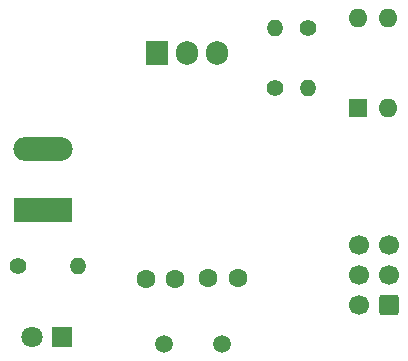
<source format=gbr>
%TF.GenerationSoftware,KiCad,Pcbnew,7.0.7*%
%TF.CreationDate,2023-09-16T19:14:59-07:00*%
%TF.ProjectId,IntroProjectFall2023,496e7472-6f50-4726-9f6a-65637446616c,rev?*%
%TF.SameCoordinates,Original*%
%TF.FileFunction,Soldermask,Bot*%
%TF.FilePolarity,Negative*%
%FSLAX46Y46*%
G04 Gerber Fmt 4.6, Leading zero omitted, Abs format (unit mm)*
G04 Created by KiCad (PCBNEW 7.0.7) date 2023-09-16 19:14:59*
%MOMM*%
%LPD*%
G01*
G04 APERTURE LIST*
G04 Aperture macros list*
%AMRoundRect*
0 Rectangle with rounded corners*
0 $1 Rounding radius*
0 $2 $3 $4 $5 $6 $7 $8 $9 X,Y pos of 4 corners*
0 Add a 4 corners polygon primitive as box body*
4,1,4,$2,$3,$4,$5,$6,$7,$8,$9,$2,$3,0*
0 Add four circle primitives for the rounded corners*
1,1,$1+$1,$2,$3*
1,1,$1+$1,$4,$5*
1,1,$1+$1,$6,$7*
1,1,$1+$1,$8,$9*
0 Add four rect primitives between the rounded corners*
20,1,$1+$1,$2,$3,$4,$5,0*
20,1,$1+$1,$4,$5,$6,$7,0*
20,1,$1+$1,$6,$7,$8,$9,0*
20,1,$1+$1,$8,$9,$2,$3,0*%
G04 Aperture macros list end*
%ADD10R,1.905000X2.000000*%
%ADD11O,1.905000X2.000000*%
%ADD12RoundRect,0.250000X0.600000X0.600000X-0.600000X0.600000X-0.600000X-0.600000X0.600000X-0.600000X0*%
%ADD13C,1.700000*%
%ADD14C,1.500000*%
%ADD15R,1.600000X1.600000*%
%ADD16O,1.600000X1.600000*%
%ADD17C,1.400000*%
%ADD18O,1.400000X1.400000*%
%ADD19C,1.600000*%
%ADD20R,5.020000X2.020000*%
%ADD21O,5.020000X2.020000*%
%ADD22R,1.800000X1.800000*%
%ADD23C,1.800000*%
G04 APERTURE END LIST*
D10*
%TO.C,U2*%
X150460000Y-81830000D03*
D11*
X153000000Y-81830000D03*
X155540000Y-81830000D03*
%TD*%
D12*
%TO.C,J1*%
X170052500Y-103105000D03*
D13*
X167512500Y-103105000D03*
X170052500Y-100565000D03*
X167512500Y-100565000D03*
X170052500Y-98025000D03*
X167512500Y-98025000D03*
%TD*%
D14*
%TO.C,Y1*%
X155930000Y-106400000D03*
X151050000Y-106400000D03*
%TD*%
D15*
%TO.C,SW1*%
X167420000Y-86440000D03*
D16*
X169960000Y-86440000D03*
X169960000Y-78820000D03*
X167420000Y-78820000D03*
%TD*%
D17*
%TO.C,R3*%
X138650000Y-99860000D03*
D18*
X143730000Y-99860000D03*
%TD*%
D19*
%TO.C,C2*%
X157240000Y-100820000D03*
X154740000Y-100820000D03*
%TD*%
D20*
%TO.C,J2*%
X140790000Y-95090000D03*
D21*
X140790000Y-89910000D03*
%TD*%
D19*
%TO.C,C1*%
X151960000Y-100950000D03*
X149460000Y-100950000D03*
%TD*%
D22*
%TO.C,D1*%
X142335000Y-105840000D03*
D23*
X139795000Y-105840000D03*
%TD*%
D17*
%TO.C,R2*%
X163220000Y-79710000D03*
D18*
X163220000Y-84790000D03*
%TD*%
D17*
%TO.C,R1*%
X160420000Y-84760000D03*
D18*
X160420000Y-79680000D03*
%TD*%
M02*

</source>
